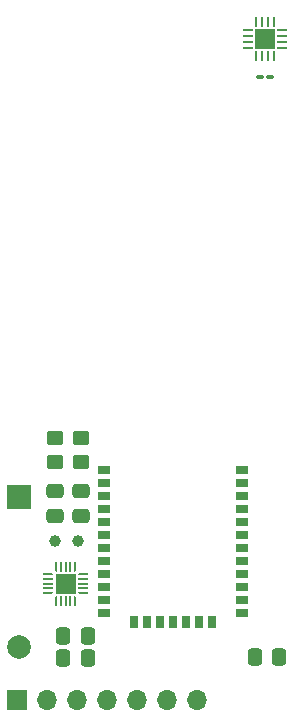
<source format=gts>
G04 #@! TF.GenerationSoftware,KiCad,Pcbnew,8.0.2-8.0.2-0~ubuntu22.04.1*
G04 #@! TF.CreationDate,2024-05-30T09:26:34-06:00*
G04 #@! TF.ProjectId,sensor_sigfox_1.2,73656e73-6f72-45f7-9369-67666f785f31,rev?*
G04 #@! TF.SameCoordinates,Original*
G04 #@! TF.FileFunction,Soldermask,Top*
G04 #@! TF.FilePolarity,Negative*
%FSLAX46Y46*%
G04 Gerber Fmt 4.6, Leading zero omitted, Abs format (unit mm)*
G04 Created by KiCad (PCBNEW 8.0.2-8.0.2-0~ubuntu22.04.1) date 2024-05-30 09:26:34*
%MOMM*%
%LPD*%
G01*
G04 APERTURE LIST*
G04 Aperture macros list*
%AMRoundRect*
0 Rectangle with rounded corners*
0 $1 Rounding radius*
0 $2 $3 $4 $5 $6 $7 $8 $9 X,Y pos of 4 corners*
0 Add a 4 corners polygon primitive as box body*
4,1,4,$2,$3,$4,$5,$6,$7,$8,$9,$2,$3,0*
0 Add four circle primitives for the rounded corners*
1,1,$1+$1,$2,$3*
1,1,$1+$1,$4,$5*
1,1,$1+$1,$6,$7*
1,1,$1+$1,$8,$9*
0 Add four rect primitives between the rounded corners*
20,1,$1+$1,$2,$3,$4,$5,0*
20,1,$1+$1,$4,$5,$6,$7,0*
20,1,$1+$1,$6,$7,$8,$9,0*
20,1,$1+$1,$8,$9,$2,$3,0*%
%AMFreePoly0*
4,1,14,0.334644,0.085355,0.385355,0.034644,0.400000,-0.000711,0.400000,-0.050000,0.385355,-0.085355,0.350000,-0.100000,-0.350000,-0.100000,-0.385355,-0.085355,-0.400000,-0.050000,-0.400000,0.050000,-0.385355,0.085355,-0.350000,0.100000,0.299289,0.100000,0.334644,0.085355,0.334644,0.085355,$1*%
%AMFreePoly1*
4,1,14,0.385355,0.085355,0.400000,0.050000,0.400000,0.000711,0.385355,-0.034644,0.334644,-0.085355,0.299289,-0.100000,-0.350000,-0.100000,-0.385355,-0.085355,-0.400000,-0.050000,-0.400000,0.050000,-0.385355,0.085355,-0.350000,0.100000,0.350000,0.100000,0.385355,0.085355,0.385355,0.085355,$1*%
%AMFreePoly2*
4,1,14,0.085355,0.385355,0.100000,0.350000,0.100000,-0.350000,0.085355,-0.385355,0.050000,-0.400000,-0.050000,-0.400000,-0.085355,-0.385355,-0.100000,-0.350000,-0.100000,0.299289,-0.085355,0.334644,-0.034644,0.385355,0.000711,0.400000,0.050000,0.400000,0.085355,0.385355,0.085355,0.385355,$1*%
%AMFreePoly3*
4,1,14,0.034644,0.385355,0.085355,0.334644,0.100000,0.299289,0.100000,-0.350000,0.085355,-0.385355,0.050000,-0.400000,-0.050000,-0.400000,-0.085355,-0.385355,-0.100000,-0.350000,-0.100000,0.350000,-0.085355,0.385355,-0.050000,0.400000,-0.000711,0.400000,0.034644,0.385355,0.034644,0.385355,$1*%
%AMFreePoly4*
4,1,14,0.385355,0.085355,0.400000,0.050000,0.400000,-0.050000,0.385355,-0.085355,0.350000,-0.100000,-0.299289,-0.100000,-0.334644,-0.085355,-0.385355,-0.034644,-0.400000,0.000711,-0.400000,0.050000,-0.385355,0.085355,-0.350000,0.100000,0.350000,0.100000,0.385355,0.085355,0.385355,0.085355,$1*%
%AMFreePoly5*
4,1,14,0.385355,0.085355,0.400000,0.050000,0.400000,-0.050000,0.385355,-0.085355,0.350000,-0.100000,-0.350000,-0.100000,-0.385355,-0.085355,-0.400000,-0.050000,-0.400000,-0.000711,-0.385355,0.034644,-0.334644,0.085355,-0.299289,0.100000,0.350000,0.100000,0.385355,0.085355,0.385355,0.085355,$1*%
%AMFreePoly6*
4,1,14,0.085355,0.385355,0.100000,0.350000,0.100000,-0.299289,0.085355,-0.334644,0.034644,-0.385355,-0.000711,-0.400000,-0.050000,-0.400000,-0.085355,-0.385355,-0.100000,-0.350000,-0.100000,0.350000,-0.085355,0.385355,-0.050000,0.400000,0.050000,0.400000,0.085355,0.385355,0.085355,0.385355,$1*%
%AMFreePoly7*
4,1,14,0.085355,0.385355,0.100000,0.350000,0.100000,-0.350000,0.085355,-0.385355,0.050000,-0.400000,0.000711,-0.400000,-0.034644,-0.385355,-0.085355,-0.334644,-0.100000,-0.299289,-0.100000,0.350000,-0.085355,0.385355,-0.050000,0.400000,0.050000,0.400000,0.085355,0.385355,0.085355,0.385355,$1*%
G04 Aperture macros list end*
%ADD10C,1.000000*%
%ADD11RoundRect,0.250000X-0.337500X-0.475000X0.337500X-0.475000X0.337500X0.475000X-0.337500X0.475000X0*%
%ADD12RoundRect,0.062500X-0.350000X-0.062500X0.350000X-0.062500X0.350000X0.062500X-0.350000X0.062500X0*%
%ADD13RoundRect,0.062500X-0.062500X-0.350000X0.062500X-0.350000X0.062500X0.350000X-0.062500X0.350000X0*%
%ADD14R,1.700000X1.700000*%
%ADD15RoundRect,0.250000X0.450000X-0.350000X0.450000X0.350000X-0.450000X0.350000X-0.450000X-0.350000X0*%
%ADD16RoundRect,0.100000X-0.217500X-0.100000X0.217500X-0.100000X0.217500X0.100000X-0.217500X0.100000X0*%
%ADD17RoundRect,0.250000X-0.475000X0.337500X-0.475000X-0.337500X0.475000X-0.337500X0.475000X0.337500X0*%
%ADD18RoundRect,0.250000X0.337500X0.475000X-0.337500X0.475000X-0.337500X-0.475000X0.337500X-0.475000X0*%
%ADD19R,1.000000X0.700000*%
%ADD20R,0.700000X1.000000*%
%ADD21R,2.000000X2.000000*%
%ADD22C,2.000000*%
%ADD23FreePoly0,90.000000*%
%ADD24RoundRect,0.050000X0.050000X-0.350000X0.050000X0.350000X-0.050000X0.350000X-0.050000X-0.350000X0*%
%ADD25FreePoly1,90.000000*%
%ADD26FreePoly2,90.000000*%
%ADD27RoundRect,0.050000X0.350000X-0.050000X0.350000X0.050000X-0.350000X0.050000X-0.350000X-0.050000X0*%
%ADD28FreePoly3,90.000000*%
%ADD29FreePoly4,90.000000*%
%ADD30FreePoly5,90.000000*%
%ADD31FreePoly6,90.000000*%
%ADD32FreePoly7,90.000000*%
%ADD33O,1.700000X1.700000*%
G04 APERTURE END LIST*
D10*
X121365000Y-80889000D03*
X119465000Y-80889000D03*
D11*
X120127500Y-88889000D03*
X122202500Y-88889000D03*
D12*
X135762500Y-37591802D03*
X135762500Y-38091802D03*
X135762500Y-38591802D03*
X135762500Y-39091802D03*
D13*
X136475000Y-39804302D03*
X136975000Y-39804302D03*
X137475000Y-39804302D03*
X137975000Y-39804302D03*
D12*
X138687500Y-39091802D03*
X138687500Y-38591802D03*
X138687500Y-38091802D03*
X138687500Y-37591802D03*
D13*
X137975000Y-36879302D03*
X137475000Y-36879302D03*
X136975000Y-36879302D03*
X136475000Y-36879302D03*
D14*
X137225000Y-38341802D03*
D11*
X120127500Y-90786000D03*
X122202500Y-90786000D03*
D15*
X119415000Y-74139000D03*
X119415000Y-72139000D03*
D16*
X137617000Y-41585802D03*
X136802000Y-41585802D03*
D17*
X119415000Y-76639000D03*
X119415000Y-78714000D03*
X121665000Y-76639000D03*
X121665000Y-78714000D03*
D18*
X138415000Y-90639000D03*
X136340000Y-90639000D03*
D19*
X123555000Y-74839000D03*
X123555000Y-75939000D03*
X123555000Y-77039000D03*
X123555000Y-78139000D03*
X123555000Y-79239000D03*
X123555000Y-80339000D03*
X123555000Y-81439000D03*
X123555000Y-82539000D03*
X123555000Y-83639000D03*
X123555000Y-84739000D03*
X123555000Y-85839000D03*
X123555000Y-86939000D03*
D20*
X126115000Y-87749000D03*
X127215000Y-87749000D03*
X128315000Y-87749000D03*
X129415000Y-87749000D03*
X130515000Y-87749000D03*
X131615000Y-87749000D03*
X132715000Y-87749000D03*
D19*
X135275000Y-86939000D03*
X135275000Y-85839000D03*
X135275000Y-84739000D03*
X135275000Y-83639000D03*
X135275000Y-82539000D03*
X135275000Y-81439000D03*
X135275000Y-80339000D03*
X135275000Y-79239000D03*
X135275000Y-78139000D03*
X135275000Y-77039000D03*
X135275000Y-75939000D03*
X135275000Y-74839000D03*
D21*
X116382156Y-77125150D03*
D22*
X116382156Y-89825150D03*
D15*
X121665000Y-74139000D03*
X121665000Y-72139000D03*
D23*
X119540000Y-85914000D03*
D24*
X119940000Y-85914000D03*
X120340000Y-85914000D03*
X120740000Y-85914000D03*
D25*
X121140000Y-85914000D03*
D26*
X121790000Y-85264000D03*
D27*
X121790000Y-84864000D03*
X121790000Y-84464000D03*
X121790000Y-84064000D03*
D28*
X121790000Y-83664000D03*
D29*
X121140000Y-83014000D03*
D24*
X120740000Y-83014000D03*
X120340000Y-83014000D03*
X119940000Y-83014000D03*
D30*
X119540000Y-83014000D03*
D31*
X118890000Y-83664000D03*
D27*
X118890000Y-84064000D03*
X118890000Y-84464000D03*
X118890000Y-84864000D03*
D32*
X118890000Y-85264000D03*
D14*
X120340000Y-84464000D03*
X116230000Y-94280802D03*
D33*
X118770000Y-94280802D03*
X121310000Y-94280802D03*
X123850000Y-94280802D03*
X126390000Y-94280802D03*
X128930000Y-94280802D03*
X131470000Y-94280802D03*
M02*

</source>
